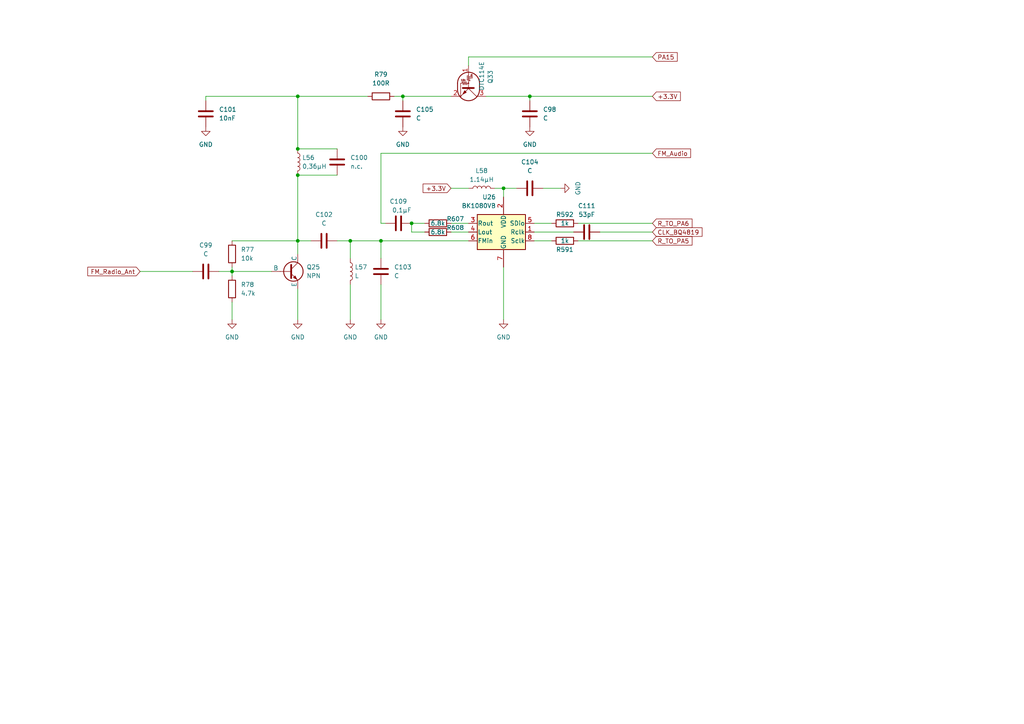
<source format=kicad_sch>
(kicad_sch (version 20230121) (generator eeschema)
  (paper "A4")
  (title_block (title "UV-K5 FM Radio") (date "2023-09-16") (rev "ludwich") (comment 1 "https://github.com/ludwich66/Quansheng_UV-K5_Wiki/tree/main/hardware/KiCad") (comment 2 "https://github.com/ludwich66/Quansheng_UV-K5_Wiki/wiki/Parts---Teile") (comment 3 "Parts Overview Picture:") (comment 4 "Maintained by ludwich"))
  (lib_symbols
    (symbol "Device:C" (pin_numbers hide) (pin_names (offset 0.254))
      (property "Reference" "C" (at 0.635 2.54 0))
      (property "Value" "C" (at 0.635 -2.54 0))
      (symbol "C_0_1"
        (polyline (pts (xy -2.032 -0.762) (xy 2.032 -0.762)) (stroke (width 0.508)))
        (polyline (pts (xy -2.032 0.762) (xy 2.032 0.762)) (stroke (width 0.508)))
      )
      (symbol "C_1_1"
        (pin passive line (at 0 3.81 270) (length 2.794) (name "~") (number "1"))
        (pin passive line (at 0 -3.81 90) (length 2.794) (name "~") (number "2"))
      )
    )
    (symbol "Device:L" (pin_numbers hide) (pin_names (offset 1.016) hide)
      (property "Reference" "L" (at -1.27 0 90))
      (property "Value" "L" (at 1.905 0 90))
      (symbol "L_0_1"
        (arc (start 0 -2.54) (mid 0.6323 -1.905) (end 0 -1.27))
        (arc (start 0 -1.27) (mid 0.6323 -0.635) (end 0 0))
        (arc (start 0 0) (mid 0.6323 0.635) (end 0 1.27))
        (arc (start 0 1.27) (mid 0.6323 1.905) (end 0 2.54))
      )
      (symbol "L_1_1"
        (pin passive line (at 0 3.81 270) (length 1.27) (name "1") (number "1"))
        (pin passive line (at 0 -3.81 90) (length 1.27) (name "2") (number "2"))
      )
    )
    (symbol "Device:R" (pin_numbers hide) (pin_names (offset 0))
      (property "Reference" "R" (at 2.032 0 90))
      (property "Value" "R" (at 0 0 90))
      (symbol "R_0_1"
        (rectangle (start -1.016 -2.54) (end 1.016 2.54) (stroke (width 0.254)))
      )
      (symbol "R_1_1"
        (pin passive line (at 0 3.81 270) (length 1.27) (name "~") (number "1"))
        (pin passive line (at 0 -3.81 90) (length 1.27) (name "~") (number "2"))
      )
    )
    (symbol "Simulation_SPICE:NPN" (pin_numbers hide) (pin_names (offset 0))
      (property "Reference" "Q" (at -2.54 7.62 0))
      (property "Value" "NPN" (at -2.54 5.08 0))
      (symbol "NPN_0_1"
        (polyline (pts (xy -2.54 0) (xy 0.635 0)) (stroke (width 0.1524)))
        (polyline (pts (xy 0.635 0.635) (xy 2.54 2.54)))
        (polyline (pts (xy 2.794 -1.27) (xy 2.794 -1.27)) (stroke (width 0.1524)))
        (polyline (pts (xy 2.794 -1.27) (xy 2.794 -1.27)) (stroke (width 0.1524)))
        (polyline (pts (xy 0.635 -0.635) (xy 2.54 -2.54) (xy 2.54 -2.54)))
        (polyline (pts (xy 0.635 1.905) (xy 0.635 -1.905) (xy 0.635 -1.905)) (stroke (width 0.508)))
        (polyline (pts (xy 1.27 -1.778) (xy 1.778 -1.27) (xy 2.286 -2.286) (xy 1.27 -1.778) (xy 1.27 -1.778)) (fill (type outline)))
        (circle (center 1.27 0) (radius 2.8194) (stroke (width 0.254)))
      )
      (symbol "NPN_1_1"
        (pin open_collector line (at 2.54 5.08 270) (length 2.54) (name "C") (number "1"))
        (pin input line (at -5.08 0 0) (length 2.54) (name "B") (number "2"))
        (pin open_emitter line (at 2.54 -5.08 90) (length 2.54) (name "E") (number "3"))
      )
    )
    (symbol "UV-K5:BK1080VB" (pin_names (offset 0.127))
      (property "Reference" "U" (at 1.27 8.89 0))
      (property "Value" "BK1080VB" (at 5.08 6.35 0))
      (symbol "BK1080VB_0_1"
        (rectangle (start -6.35 5.08) (end 7.62 -5.08) (stroke (width 0.254)) (fill (type background)))
      )
      (symbol "BK1080VB_1_1"
        (pin input line (at -8.89 0 0) (length 2.54) (name "Rclk") (number "1"))
        (pin power_in line (at 0 10.16 270) (length 5.08) (name "VDD") (number "2"))
        (pin output line (at 10.16 2.54 180) (length 2.54) (name "Rout") (number "3"))
        (pin output line (at 10.16 0 180) (length 2.54) (name "Lout") (number "4"))
        (pin input line (at -8.89 2.54 0) (length 2.54) (name "SDio") (number "5"))
        (pin input line (at 10.16 -2.54 180) (length 2.54) (name "FMin") (number "6"))
        (pin power_in line (at 0 -10.16 90) (length 5.08) (name "GND") (number "7"))
        (pin input line (at -8.89 -2.54 0) (length 2.54) (name "Sclk") (number "8"))
      )
    )
    (symbol "UV-K5:DTC114E" (pin_names (offset 0) hide)
      (property "Reference" "Q" (at 5.08 1.905 0))
      (property "Value" "DTC114E" (at 5.08 0 0))
      (symbol "DTC114E_0_0"
        (text "10k" (at -3.302 0.889 0) (effects (font (size 0.508 0.508))))
        (text "10k" (at -2.159 -1.524 900) (effects (font (size 0.508 0.508))))
      )
      (symbol "DTC114E_0_1"
        (circle (center -1.27 0) (radius 0.127))
        (arc (start -1.27 3.175) (mid -4.4312 0) (end -1.27 -3.175) (stroke (width 0.254)))
        (polyline (pts (xy -3.429 0) (xy -3.81 0)))
        (polyline (pts (xy -1.27 -3.175) (xy 0.635 -3.175)) (stroke (width 0.254)))
        (polyline (pts (xy -1.27 3.175) (xy 0.635 3.175)) (stroke (width 0.254)))
        (polyline (pts (xy 0 -0.254) (xy 2.54 2.286)))
        (polyline (pts (xy 0.127 1.524) (xy 0.127 -1.651)) (stroke (width 0.508)) (fill (type outline)))
        (polyline (pts (xy 2.54 2.286) (xy 2.54 2.54)))
        (polyline (pts (xy 2.54 -2.286) (xy 0 0.254) (xy 0 0.254)))
        (polyline (pts (xy 0.889 -1.143) (xy 1.397 -0.635) (xy 1.905 -1.651) (xy 0.889 -1.143)) (fill (type outline)))
        (polyline (pts (xy 0 0) (xy -1.905 0) (xy -2.032 0.508) (xy -2.286 -0.508) (xy -2.54 0.508) (xy -2.794 -0.508) (xy -3.048 0.508) (xy -3.302 -0.508) (xy -3.429 0)))
        (polyline (pts (xy -1.27 0) (xy -1.27 -0.381) (xy -0.762 -0.508) (xy -1.778 -0.762) (xy -0.762 -1.016) (xy -1.778 -1.27) (xy -0.762 -1.524) (xy -1.778 -1.778) (xy -1.27 -1.905) (xy -1.27 -2.286) (xy 2.54 -2.286)))
        (arc (start 0.635 -3.175) (mid 3.7962 0) (end 0.635 3.175) (stroke (width 0.254)))
        (circle (center 2.54 -2.286) (radius 0.127))
      )
      (symbol "DTC114E_1_1"
        (pin input line (at -6.35 0 0) (length 2.54) (name "B") (number "1"))
        (pin passive line (at 2.54 -5.08 90) (length 2.54) (name "E") (number "2"))
        (pin passive line (at 2.54 5.08 270) (length 2.54) (name "C") (number "3"))
      )
    )
    (symbol "power:GND" (power) (pin_names (offset 0))
      (property "Value" "GND" (at 0 -3.81 0))
      (symbol "GND_0_1"
        (polyline (pts (xy 0 0) (xy 0 -1.27) (xy 1.27 -1.27) (xy 0 -2.54) (xy -1.27 -1.27) (xy 0 -1.27)))
      )
      (symbol "GND_1_1"
        (pin power_in line (at 0 0 270) (length 0) hide (name "GND") (number "1"))
      )
    )
  )
  (junction (at 67.31 78.74))
  (junction (at 146.05 54.61))
  (junction (at 86.36 43.18))
  (junction (at 116.84 27.94))
  (junction (at 86.36 50.8))
  (junction (at 86.36 69.85))
  (junction (at 110.49 69.85))
  (junction (at 86.36 27.94))
  (junction (at 119.38 64.77))
  (junction (at 153.67 27.94))
  (junction (at 101.6 69.85))
  (wire (pts (xy 110.49 82.55) (xy 110.49 92.71)))
  (wire (pts (xy 67.31 78.74) (xy 67.31 80.01)))
  (wire (pts (xy 146.05 54.61) (xy 149.86 54.61)))
  (wire (pts (xy 135.89 16.51) (xy 189.23 16.51)))
  (wire (pts (xy 114.3 27.94) (xy 116.84 27.94)))
  (wire (pts (xy 97.79 69.85) (xy 101.6 69.85)))
  (wire (pts (xy 86.36 50.8) (xy 86.36 69.85)))
  (wire (pts (xy 86.36 27.94) (xy 106.68 27.94)))
  (wire (pts (xy 59.69 27.94) (xy 59.69 29.21)))
  (wire (pts (xy 59.69 27.94) (xy 86.36 27.94)))
  (wire (pts (xy 130.81 64.77) (xy 135.89 64.77)))
  (wire (pts (xy 153.67 29.21) (xy 153.67 27.94)))
  (wire (pts (xy 63.5 78.74) (xy 67.31 78.74)))
  (wire (pts (xy 143.51 54.61) (xy 146.05 54.61)))
  (wire (pts (xy 67.31 87.63) (xy 67.31 92.71)))
  (wire (pts (xy 130.81 54.61) (xy 135.89 54.61)))
  (wire (pts (xy 40.64 78.74) (xy 55.88 78.74)))
  (wire (pts (xy 146.05 54.61) (xy 146.05 57.15)))
  (wire (pts (xy 123.19 67.31) (xy 119.38 67.31)))
  (wire (pts (xy 86.36 43.18) (xy 97.79 43.18)))
  (wire (pts (xy 167.64 64.77) (xy 189.23 64.77)))
  (wire (pts (xy 154.94 64.77) (xy 160.02 64.77)))
  (wire (pts (xy 86.36 83.82) (xy 86.36 92.71)))
  (wire (pts (xy 110.49 44.45) (xy 110.49 64.77)))
  (wire (pts (xy 86.36 69.85) (xy 90.17 69.85)))
  (wire (pts (xy 86.36 69.85) (xy 86.36 73.66)))
  (wire (pts (xy 86.36 50.8) (xy 97.79 50.8)))
  (wire (pts (xy 110.49 64.77) (xy 111.76 64.77)))
  (wire (pts (xy 101.6 69.85) (xy 110.49 69.85)))
  (wire (pts (xy 116.84 27.94) (xy 130.81 27.94)))
  (wire (pts (xy 67.31 78.74) (xy 78.74 78.74)))
  (wire (pts (xy 67.31 77.47) (xy 67.31 78.74)))
  (wire (pts (xy 130.81 67.31) (xy 135.89 67.31)))
  (wire (pts (xy 154.94 69.85) (xy 160.02 69.85)))
  (wire (pts (xy 173.99 67.31) (xy 189.23 67.31)))
  (wire (pts (xy 135.89 19.05) (xy 135.89 16.51)))
  (wire (pts (xy 110.49 69.85) (xy 135.89 69.85)))
  (wire (pts (xy 154.94 67.31) (xy 166.37 67.31)))
  (wire (pts (xy 146.05 77.47) (xy 146.05 92.71)))
  (wire (pts (xy 67.31 69.85) (xy 86.36 69.85)))
  (wire (pts (xy 110.49 69.85) (xy 110.49 74.93)))
  (wire (pts (xy 189.23 44.45) (xy 110.49 44.45)))
  (wire (pts (xy 116.84 27.94) (xy 116.84 29.21)))
  (wire (pts (xy 140.97 27.94) (xy 153.67 27.94)))
  (wire (pts (xy 86.36 27.94) (xy 86.36 43.18)))
  (wire (pts (xy 119.38 64.77) (xy 123.19 64.77)))
  (wire (pts (xy 153.67 27.94) (xy 189.23 27.94)))
  (wire (pts (xy 119.38 64.77) (xy 119.38 67.31)))
  (wire (pts (xy 157.48 54.61) (xy 162.56 54.61)))
  (wire (pts (xy 101.6 82.55) (xy 101.6 92.71)))
  (wire (pts (xy 167.64 69.85) (xy 189.23 69.85)))
  (wire (pts (xy 101.6 69.85) (xy 101.6 74.93)))
  (global_label "R_TO_PA6" (shape input) (at 189.23 64.77 0) (property "Intersheetrefs" "${INTERSHEET_REFS}" (at 201.2866 64.77 0) (effects (justify left))))
  (global_label "CLK_BQ4819" (shape input) (at 189.23 67.31 0) (property "Intersheetrefs" "${INTERSHEET_REFS}" (at 204.1894 67.31 0) (effects (justify left))))
  (global_label "+3.3V" (shape input) (at 189.23 27.94 0) (property "Intersheetrefs" "${INTERSHEET_REFS}" (at 197.9 27.94 0) (effects (justify left))))
  (global_label "FM_Radio_Ant" (shape input) (at 40.64 78.74 180) (property "Intersheetrefs" "${INTERSHEET_REFS}" (at 24.8945 78.74 0) (effects (justify right))))
  (global_label "PA15" (shape input) (at 189.23 16.51 0) (property "Intersheetrefs" "${INTERSHEET_REFS}" (at 196.9928 16.51 0) (effects (justify left))))
  (global_label "FM_Audio" (shape input) (at 189.23 44.45 0) (property "Intersheetrefs" "${INTERSHEET_REFS}" (at 200.8632 44.45 0) (effects (justify left))))
  (global_label "+3.3V" (shape input) (at 130.81 54.61 180) (property "Intersheetrefs" "${INTERSHEET_REFS}" (at 122.14 54.61 0) (effects (justify right))))
  (global_label "R_TO_PA5" (shape input) (at 189.23 69.85 0) (property "Intersheetrefs" "${INTERSHEET_REFS}" (at 201.2866 69.85 0) (effects (justify left))))
  (symbol (lib_id "Device:R") (at 127 67.31 90) (unit 1)
    (property "Reference" "R608" (at 132.08 66.04 90))
    (property "Value" "6.8k" (at 127 67.31 90))
  )
  (symbol (lib_id "power:GND") (at 146.05 92.71 0) (unit 1)
    (property "Reference" "#PWR0149" (effects hide))
    (property "Value" "GND" (at 146.05 97.79 0))
  )
  (symbol (lib_id "power:GND") (at 153.67 36.83 0) (unit 1)
    (property "Reference" "#PWR0153" (effects hide))
    (property "Value" "GND" (at 153.67 41.91 0))
  )
  (symbol (lib_id "power:GND") (at 67.31 92.71 0) (unit 1)
    (property "Reference" "#PWR0144" (effects hide))
    (property "Value" "GND" (at 67.31 97.79 0))
  )
  (symbol (lib_id "power:GND") (at 59.69 36.83 0) (unit 1)
    (property "Reference" "#PWR0146" (effects hide))
    (property "Value" "GND" (at 59.69 41.91 0))
  )
  (symbol (lib_id "Device:L") (at 101.6 78.74 0) (unit 1)
    (property "Reference" "L57" (at 102.87 77.47 0) (effects (justify left)))
    (property "Value" "L" (at 102.87 80.01 0) (effects (justify left)))
  )
  (symbol (lib_id "Device:R") (at 127 64.77 90) (unit 1)
    (property "Reference" "R607" (at 132.08 63.5 90))
    (property "Value" "6.8k" (at 127 64.77 90))
  )
  (symbol (lib_id "power:GND") (at 162.56 54.61 90) (unit 1)
    (property "Reference" "#PWR0150" (effects hide))
    (property "Value" "GND" (at 167.64 54.61 0))
  )
  (symbol (lib_id "Device:R") (at 163.83 69.85 90) (unit 1)
    (property "Reference" "R591" (at 163.83 72.39 90))
    (property "Value" "1k" (at 163.83 69.85 90))
  )
  (symbol (lib_id "power:GND") (at 86.36 92.71 0) (unit 1)
    (property "Reference" "#PWR0145" (effects hide))
    (property "Value" "GND" (at 86.36 97.79 0))
  )
  (symbol (lib_id "Device:C") (at 116.84 33.02 0) (unit 1)
    (property "Reference" "C105" (at 120.65 31.75 0) (effects (justify left)))
    (property "Value" "C" (at 120.65 34.29 0) (effects (justify left)))
  )
  (symbol (lib_id "Simulation_SPICE:NPN") (at 83.82 78.74 0) (unit 1)
    (property "Reference" "Q25" (at 88.9 77.47 0) (effects (justify left)))
    (property "Value" "NPN" (at 88.9 80.01 0) (effects (justify left)))
    (property "Sim.Device" "NPN" (effects hide))
    (property "Sim.Type" "GUMMELPOON" (effects hide))
    (property "Sim.Pins" "1=C 2=B 3=E" (effects hide))
  )
  (symbol (lib_id "Device:C") (at 153.67 33.02 0) (unit 1)
    (property "Reference" "C98" (at 157.48 31.75 0) (effects (justify left)))
    (property "Value" "C" (at 157.48 34.29 0) (effects (justify left)))
  )
  (symbol (lib_id "Device:C") (at 110.49 78.74 0) (unit 1)
    (property "Reference" "C103" (at 114.3 77.47 0) (effects (justify left)))
    (property "Value" "C" (at 114.3 80.01 0) (effects (justify left)))
  )
  (symbol (lib_id "Device:L") (at 86.36 46.99 0) (unit 1)
    (property "Reference" "L56" (at 87.63 45.72 0) (effects (justify left)))
    (property "Value" "0,36µH" (at 87.63 48.26 0) (effects (justify left)))
  )
  (symbol (lib_id "Device:R") (at 110.49 27.94 90) (unit 1)
    (property "Reference" "R79" (at 110.49 21.59 90))
    (property "Value" "100R" (at 110.49 24.13 90))
  )
  (symbol (lib_id "Device:C") (at 97.79 46.99 0) (unit 1)
    (property "Reference" "C100" (at 101.6 45.72 0) (effects (justify left)))
    (property "Value" "n.c." (at 101.6 48.26 0) (effects (justify left)))
  )
  (symbol (lib_id "UV-K5:BK1080VB") (at 146.05 67.31 0) (mirror y) (unit 1)
    (property "Reference" "U26" (at 143.8559 57.15 0) (effects (justify left)))
    (property "Value" "BK1080VB" (at 143.8559 59.69 0) (effects (justify left)))
    (property "Footprint" "Package_SO:SOP-8_3.9x4.9mm_P1.27mm" (effects hide))
  )
  (symbol (lib_id "Device:C") (at 59.69 78.74 90) (unit 1)
    (property "Reference" "C99" (at 59.69 71.12 90))
    (property "Value" "C" (at 59.69 73.66 90))
  )
  (symbol (lib_id "Device:R") (at 67.31 83.82 0) (unit 1)
    (property "Reference" "R78" (at 69.85 82.55 0) (effects (justify left)))
    (property "Value" "4.7k" (at 69.85 85.09 0) (effects (justify left)))
  )
  (symbol (lib_id "power:GND") (at 101.6 92.71 0) (unit 1)
    (property "Reference" "#PWR0147" (effects hide))
    (property "Value" "GND" (at 101.6 97.79 0))
  )
  (symbol (lib_id "UV-K5:DTC114E") (at 135.89 25.4 270) (unit 1)
    (property "Reference" "Q33" (at 142.24 20.32 0) (effects (justify left)))
    (property "Value" "DTC114E" (at 139.7 17.78 0) (effects (justify left)))
  )
  (symbol (lib_id "Device:C") (at 170.18 67.31 90) (unit 1)
    (property "Reference" "C111" (at 170.18 59.69 90))
    (property "Value" "53pF" (at 170.18 62.23 90))
  )
  (symbol (lib_id "Device:C") (at 59.69 33.02 0) (unit 1)
    (property "Reference" "C101" (at 63.5 31.75 0) (effects (justify left)))
    (property "Value" "10nF" (at 63.5 34.29 0) (effects (justify left)))
  )
  (symbol (lib_id "power:GND") (at 116.84 36.83 0) (unit 1)
    (property "Reference" "#PWR0151" (effects hide))
    (property "Value" "GND" (at 116.84 41.91 0))
  )
  (symbol (lib_id "Device:C") (at 115.57 64.77 90) (unit 1)
    (property "Reference" "C109" (at 118.11 58.42 90) (effects (justify left)))
    (property "Value" "0,1µF" (at 119.38 60.96 90) (effects (justify left)))
  )
  (symbol (lib_id "Device:C") (at 93.98 69.85 90) (unit 1)
    (property "Reference" "C102" (at 93.98 62.23 90))
    (property "Value" "C" (at 93.98 64.77 90))
  )
  (symbol (lib_id "Device:L") (at 139.7 54.61 90) (unit 1)
    (property "Reference" "L58" (at 139.7 49.53 90))
    (property "Value" "1.14µH" (at 139.7 52.07 90))
  )
  (symbol (lib_id "power:GND") (at 110.49 92.71 0) (unit 1)
    (property "Reference" "#PWR0148" (effects hide))
    (property "Value" "GND" (at 110.49 97.79 0))
  )
  (symbol (lib_id "Device:R") (at 67.31 73.66 0) (unit 1)
    (property "Reference" "R77" (at 69.85 72.39 0) (effects (justify left)))
    (property "Value" "10k" (at 69.85 74.93 0) (effects (justify left)))
  )
  (symbol (lib_id "Device:C") (at 153.67 54.61 90) (unit 1)
    (property "Reference" "C104" (at 153.67 46.99 90))
    (property "Value" "C" (at 153.67 49.53 90))
  )
  (symbol (lib_id "Device:R") (at 163.83 64.77 90) (unit 1)
    (property "Reference" "R592" (at 163.83 62.23 90))
    (property "Value" "1k" (at 163.83 64.77 90))
  )
)
</source>
